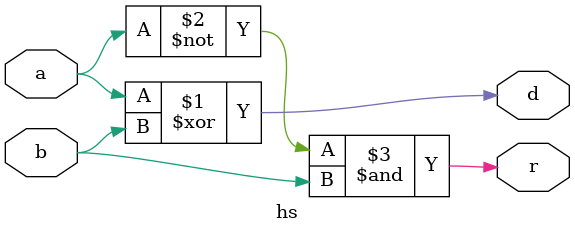
<source format=v>
`timescale 1ns / 1ps


module hs(a,b,d,r


    );
    input a,b;
    output d,r;
    assign d=a^b;
    assign r=~a&b;
endmodule

</source>
